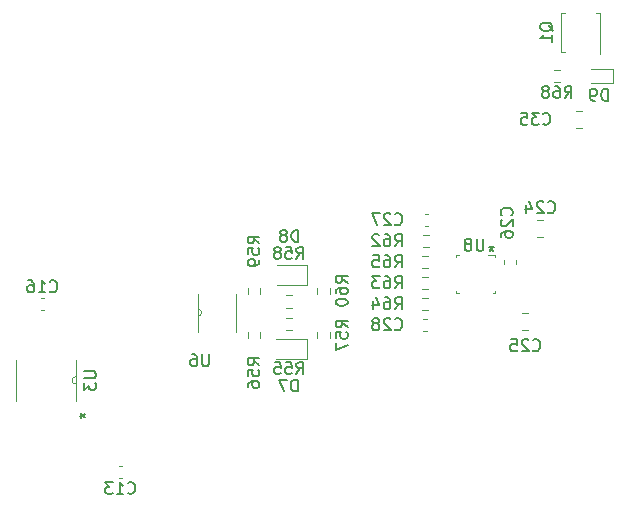
<source format=gbr>
%TF.GenerationSoftware,KiCad,Pcbnew,(6.0.8)*%
%TF.CreationDate,2022-11-04T20:36:36+01:00*%
%TF.ProjectId,Power_Meter,506f7765-725f-44d6-9574-65722e6b6963,rev?*%
%TF.SameCoordinates,Original*%
%TF.FileFunction,Legend,Bot*%
%TF.FilePolarity,Positive*%
%FSLAX46Y46*%
G04 Gerber Fmt 4.6, Leading zero omitted, Abs format (unit mm)*
G04 Created by KiCad (PCBNEW (6.0.8)) date 2022-11-04 20:36:36*
%MOMM*%
%LPD*%
G01*
G04 APERTURE LIST*
%ADD10C,0.150000*%
%ADD11C,0.120000*%
G04 APERTURE END LIST*
D10*
%TO.C,R64*%
X121526857Y-94748380D02*
X121860190Y-94272190D01*
X122098285Y-94748380D02*
X122098285Y-93748380D01*
X121717333Y-93748380D01*
X121622095Y-93796000D01*
X121574476Y-93843619D01*
X121526857Y-93938857D01*
X121526857Y-94081714D01*
X121574476Y-94176952D01*
X121622095Y-94224571D01*
X121717333Y-94272190D01*
X122098285Y-94272190D01*
X120669714Y-93748380D02*
X120860190Y-93748380D01*
X120955428Y-93796000D01*
X121003047Y-93843619D01*
X121098285Y-93986476D01*
X121145904Y-94176952D01*
X121145904Y-94557904D01*
X121098285Y-94653142D01*
X121050666Y-94700761D01*
X120955428Y-94748380D01*
X120764952Y-94748380D01*
X120669714Y-94700761D01*
X120622095Y-94653142D01*
X120574476Y-94557904D01*
X120574476Y-94319809D01*
X120622095Y-94224571D01*
X120669714Y-94176952D01*
X120764952Y-94129333D01*
X120955428Y-94129333D01*
X121050666Y-94176952D01*
X121098285Y-94224571D01*
X121145904Y-94319809D01*
X119717333Y-94081714D02*
X119717333Y-94748380D01*
X119955428Y-93700761D02*
X120193523Y-94415047D01*
X119574476Y-94415047D01*
%TO.C,D9*%
X139552595Y-77095380D02*
X139552595Y-76095380D01*
X139314500Y-76095380D01*
X139171642Y-76143000D01*
X139076404Y-76238238D01*
X139028785Y-76333476D01*
X138981166Y-76523952D01*
X138981166Y-76666809D01*
X139028785Y-76857285D01*
X139076404Y-76952523D01*
X139171642Y-77047761D01*
X139314500Y-77095380D01*
X139552595Y-77095380D01*
X138504976Y-77095380D02*
X138314500Y-77095380D01*
X138219261Y-77047761D01*
X138171642Y-77000142D01*
X138076404Y-76857285D01*
X138028785Y-76666809D01*
X138028785Y-76285857D01*
X138076404Y-76190619D01*
X138124023Y-76143000D01*
X138219261Y-76095380D01*
X138409738Y-76095380D01*
X138504976Y-76143000D01*
X138552595Y-76190619D01*
X138600214Y-76285857D01*
X138600214Y-76523952D01*
X138552595Y-76619190D01*
X138504976Y-76666809D01*
X138409738Y-76714428D01*
X138219261Y-76714428D01*
X138124023Y-76666809D01*
X138076404Y-76619190D01*
X138028785Y-76523952D01*
%TO.C,C35*%
X134075309Y-79032142D02*
X134122928Y-79079761D01*
X134265785Y-79127380D01*
X134361023Y-79127380D01*
X134503880Y-79079761D01*
X134599118Y-78984523D01*
X134646737Y-78889285D01*
X134694356Y-78698809D01*
X134694356Y-78555952D01*
X134646737Y-78365476D01*
X134599118Y-78270238D01*
X134503880Y-78175000D01*
X134361023Y-78127380D01*
X134265785Y-78127380D01*
X134122928Y-78175000D01*
X134075309Y-78222619D01*
X133741975Y-78127380D02*
X133122928Y-78127380D01*
X133456261Y-78508333D01*
X133313404Y-78508333D01*
X133218166Y-78555952D01*
X133170547Y-78603571D01*
X133122928Y-78698809D01*
X133122928Y-78936904D01*
X133170547Y-79032142D01*
X133218166Y-79079761D01*
X133313404Y-79127380D01*
X133599118Y-79127380D01*
X133694356Y-79079761D01*
X133741975Y-79032142D01*
X132218166Y-78127380D02*
X132694356Y-78127380D01*
X132741975Y-78603571D01*
X132694356Y-78555952D01*
X132599118Y-78508333D01*
X132361023Y-78508333D01*
X132265785Y-78555952D01*
X132218166Y-78603571D01*
X132170547Y-78698809D01*
X132170547Y-78936904D01*
X132218166Y-79032142D01*
X132265785Y-79079761D01*
X132361023Y-79127380D01*
X132599118Y-79127380D01*
X132694356Y-79079761D01*
X132741975Y-79032142D01*
%TO.C,C25*%
X133210857Y-98209142D02*
X133258476Y-98256761D01*
X133401333Y-98304380D01*
X133496571Y-98304380D01*
X133639428Y-98256761D01*
X133734666Y-98161523D01*
X133782285Y-98066285D01*
X133829904Y-97875809D01*
X133829904Y-97732952D01*
X133782285Y-97542476D01*
X133734666Y-97447238D01*
X133639428Y-97352000D01*
X133496571Y-97304380D01*
X133401333Y-97304380D01*
X133258476Y-97352000D01*
X133210857Y-97399619D01*
X132829904Y-97399619D02*
X132782285Y-97352000D01*
X132687047Y-97304380D01*
X132448952Y-97304380D01*
X132353714Y-97352000D01*
X132306095Y-97399619D01*
X132258476Y-97494857D01*
X132258476Y-97590095D01*
X132306095Y-97732952D01*
X132877523Y-98304380D01*
X132258476Y-98304380D01*
X131353714Y-97304380D02*
X131829904Y-97304380D01*
X131877523Y-97780571D01*
X131829904Y-97732952D01*
X131734666Y-97685333D01*
X131496571Y-97685333D01*
X131401333Y-97732952D01*
X131353714Y-97780571D01*
X131306095Y-97875809D01*
X131306095Y-98113904D01*
X131353714Y-98209142D01*
X131401333Y-98256761D01*
X131496571Y-98304380D01*
X131734666Y-98304380D01*
X131829904Y-98256761D01*
X131877523Y-98209142D01*
%TO.C,Q1*%
X134913619Y-71213761D02*
X134866000Y-71118523D01*
X134770761Y-71023285D01*
X134627904Y-70880428D01*
X134580285Y-70785190D01*
X134580285Y-70689952D01*
X134818380Y-70737571D02*
X134770761Y-70642333D01*
X134675523Y-70547095D01*
X134485047Y-70499476D01*
X134151714Y-70499476D01*
X133961238Y-70547095D01*
X133866000Y-70642333D01*
X133818380Y-70737571D01*
X133818380Y-70928047D01*
X133866000Y-71023285D01*
X133961238Y-71118523D01*
X134151714Y-71166142D01*
X134485047Y-71166142D01*
X134675523Y-71118523D01*
X134770761Y-71023285D01*
X134818380Y-70928047D01*
X134818380Y-70737571D01*
X134818380Y-72118523D02*
X134818380Y-71547095D01*
X134818380Y-71832809D02*
X133818380Y-71832809D01*
X133961238Y-71737571D01*
X134056476Y-71642333D01*
X134104095Y-71547095D01*
%TO.C,C13*%
X98920857Y-110307142D02*
X98968476Y-110354761D01*
X99111333Y-110402380D01*
X99206571Y-110402380D01*
X99349428Y-110354761D01*
X99444666Y-110259523D01*
X99492285Y-110164285D01*
X99539904Y-109973809D01*
X99539904Y-109830952D01*
X99492285Y-109640476D01*
X99444666Y-109545238D01*
X99349428Y-109450000D01*
X99206571Y-109402380D01*
X99111333Y-109402380D01*
X98968476Y-109450000D01*
X98920857Y-109497619D01*
X97968476Y-110402380D02*
X98539904Y-110402380D01*
X98254190Y-110402380D02*
X98254190Y-109402380D01*
X98349428Y-109545238D01*
X98444666Y-109640476D01*
X98539904Y-109688095D01*
X97635142Y-109402380D02*
X97016095Y-109402380D01*
X97349428Y-109783333D01*
X97206571Y-109783333D01*
X97111333Y-109830952D01*
X97063714Y-109878571D01*
X97016095Y-109973809D01*
X97016095Y-110211904D01*
X97063714Y-110307142D01*
X97111333Y-110354761D01*
X97206571Y-110402380D01*
X97492285Y-110402380D01*
X97587523Y-110354761D01*
X97635142Y-110307142D01*
%TO.C,U8*%
X129011904Y-88795380D02*
X129011904Y-89604904D01*
X128964285Y-89700142D01*
X128916666Y-89747761D01*
X128821428Y-89795380D01*
X128630952Y-89795380D01*
X128535714Y-89747761D01*
X128488095Y-89700142D01*
X128440476Y-89604904D01*
X128440476Y-88795380D01*
X127821428Y-89223952D02*
X127916666Y-89176333D01*
X127964285Y-89128714D01*
X128011904Y-89033476D01*
X128011904Y-88985857D01*
X127964285Y-88890619D01*
X127916666Y-88843000D01*
X127821428Y-88795380D01*
X127630952Y-88795380D01*
X127535714Y-88843000D01*
X127488095Y-88890619D01*
X127440476Y-88985857D01*
X127440476Y-89033476D01*
X127488095Y-89128714D01*
X127535714Y-89176333D01*
X127630952Y-89223952D01*
X127821428Y-89223952D01*
X127916666Y-89271571D01*
X127964285Y-89319190D01*
X128011904Y-89414428D01*
X128011904Y-89604904D01*
X127964285Y-89700142D01*
X127916666Y-89747761D01*
X127821428Y-89795380D01*
X127630952Y-89795380D01*
X127535714Y-89747761D01*
X127488095Y-89700142D01*
X127440476Y-89604904D01*
X127440476Y-89414428D01*
X127488095Y-89319190D01*
X127535714Y-89271571D01*
X127630952Y-89223952D01*
X129702001Y-89368380D02*
X129702001Y-89606476D01*
X129940096Y-89511238D02*
X129702001Y-89606476D01*
X129463905Y-89511238D01*
X129844858Y-89796952D02*
X129702001Y-89606476D01*
X129559143Y-89796952D01*
%TO.C,R57*%
X117526380Y-96294742D02*
X117050190Y-95961409D01*
X117526380Y-95723314D02*
X116526380Y-95723314D01*
X116526380Y-96104266D01*
X116574000Y-96199504D01*
X116621619Y-96247123D01*
X116716857Y-96294742D01*
X116859714Y-96294742D01*
X116954952Y-96247123D01*
X117002571Y-96199504D01*
X117050190Y-96104266D01*
X117050190Y-95723314D01*
X116526380Y-97199504D02*
X116526380Y-96723314D01*
X117002571Y-96675695D01*
X116954952Y-96723314D01*
X116907333Y-96818552D01*
X116907333Y-97056647D01*
X116954952Y-97151885D01*
X117002571Y-97199504D01*
X117097809Y-97247123D01*
X117335904Y-97247123D01*
X117431142Y-97199504D01*
X117478761Y-97151885D01*
X117526380Y-97056647D01*
X117526380Y-96818552D01*
X117478761Y-96723314D01*
X117431142Y-96675695D01*
X116526380Y-97580457D02*
X116526380Y-98247123D01*
X117526380Y-97818552D01*
%TO.C,C27*%
X121526857Y-87541142D02*
X121574476Y-87588761D01*
X121717333Y-87636380D01*
X121812571Y-87636380D01*
X121955428Y-87588761D01*
X122050666Y-87493523D01*
X122098285Y-87398285D01*
X122145904Y-87207809D01*
X122145904Y-87064952D01*
X122098285Y-86874476D01*
X122050666Y-86779238D01*
X121955428Y-86684000D01*
X121812571Y-86636380D01*
X121717333Y-86636380D01*
X121574476Y-86684000D01*
X121526857Y-86731619D01*
X121145904Y-86731619D02*
X121098285Y-86684000D01*
X121003047Y-86636380D01*
X120764952Y-86636380D01*
X120669714Y-86684000D01*
X120622095Y-86731619D01*
X120574476Y-86826857D01*
X120574476Y-86922095D01*
X120622095Y-87064952D01*
X121193523Y-87636380D01*
X120574476Y-87636380D01*
X120241142Y-86636380D02*
X119574476Y-86636380D01*
X120003047Y-87636380D01*
%TO.C,C24*%
X134480857Y-86525142D02*
X134528476Y-86572761D01*
X134671333Y-86620380D01*
X134766571Y-86620380D01*
X134909428Y-86572761D01*
X135004666Y-86477523D01*
X135052285Y-86382285D01*
X135099904Y-86191809D01*
X135099904Y-86048952D01*
X135052285Y-85858476D01*
X135004666Y-85763238D01*
X134909428Y-85668000D01*
X134766571Y-85620380D01*
X134671333Y-85620380D01*
X134528476Y-85668000D01*
X134480857Y-85715619D01*
X134099904Y-85715619D02*
X134052285Y-85668000D01*
X133957047Y-85620380D01*
X133718952Y-85620380D01*
X133623714Y-85668000D01*
X133576095Y-85715619D01*
X133528476Y-85810857D01*
X133528476Y-85906095D01*
X133576095Y-86048952D01*
X134147523Y-86620380D01*
X133528476Y-86620380D01*
X132671333Y-85953714D02*
X132671333Y-86620380D01*
X132909428Y-85572761D02*
X133147523Y-86287047D01*
X132528476Y-86287047D01*
%TO.C,C28*%
X121526857Y-96431142D02*
X121574476Y-96478761D01*
X121717333Y-96526380D01*
X121812571Y-96526380D01*
X121955428Y-96478761D01*
X122050666Y-96383523D01*
X122098285Y-96288285D01*
X122145904Y-96097809D01*
X122145904Y-95954952D01*
X122098285Y-95764476D01*
X122050666Y-95669238D01*
X121955428Y-95574000D01*
X121812571Y-95526380D01*
X121717333Y-95526380D01*
X121574476Y-95574000D01*
X121526857Y-95621619D01*
X121145904Y-95621619D02*
X121098285Y-95574000D01*
X121003047Y-95526380D01*
X120764952Y-95526380D01*
X120669714Y-95574000D01*
X120622095Y-95621619D01*
X120574476Y-95716857D01*
X120574476Y-95812095D01*
X120622095Y-95954952D01*
X121193523Y-96526380D01*
X120574476Y-96526380D01*
X120003047Y-95954952D02*
X120098285Y-95907333D01*
X120145904Y-95859714D01*
X120193523Y-95764476D01*
X120193523Y-95716857D01*
X120145904Y-95621619D01*
X120098285Y-95574000D01*
X120003047Y-95526380D01*
X119812571Y-95526380D01*
X119717333Y-95574000D01*
X119669714Y-95621619D01*
X119622095Y-95716857D01*
X119622095Y-95764476D01*
X119669714Y-95859714D01*
X119717333Y-95907333D01*
X119812571Y-95954952D01*
X120003047Y-95954952D01*
X120098285Y-96002571D01*
X120145904Y-96050190D01*
X120193523Y-96145428D01*
X120193523Y-96335904D01*
X120145904Y-96431142D01*
X120098285Y-96478761D01*
X120003047Y-96526380D01*
X119812571Y-96526380D01*
X119717333Y-96478761D01*
X119669714Y-96431142D01*
X119622095Y-96335904D01*
X119622095Y-96145428D01*
X119669714Y-96050190D01*
X119717333Y-96002571D01*
X119812571Y-95954952D01*
%TO.C,R59*%
X110058780Y-89182742D02*
X109582590Y-88849409D01*
X110058780Y-88611314D02*
X109058780Y-88611314D01*
X109058780Y-88992266D01*
X109106400Y-89087504D01*
X109154019Y-89135123D01*
X109249257Y-89182742D01*
X109392114Y-89182742D01*
X109487352Y-89135123D01*
X109534971Y-89087504D01*
X109582590Y-88992266D01*
X109582590Y-88611314D01*
X109058780Y-90087504D02*
X109058780Y-89611314D01*
X109534971Y-89563695D01*
X109487352Y-89611314D01*
X109439733Y-89706552D01*
X109439733Y-89944647D01*
X109487352Y-90039885D01*
X109534971Y-90087504D01*
X109630209Y-90135123D01*
X109868304Y-90135123D01*
X109963542Y-90087504D01*
X110011161Y-90039885D01*
X110058780Y-89944647D01*
X110058780Y-89706552D01*
X110011161Y-89611314D01*
X109963542Y-89563695D01*
X110058780Y-90611314D02*
X110058780Y-90801790D01*
X110011161Y-90897028D01*
X109963542Y-90944647D01*
X109820685Y-91039885D01*
X109630209Y-91087504D01*
X109249257Y-91087504D01*
X109154019Y-91039885D01*
X109106400Y-90992266D01*
X109058780Y-90897028D01*
X109058780Y-90706552D01*
X109106400Y-90611314D01*
X109154019Y-90563695D01*
X109249257Y-90516076D01*
X109487352Y-90516076D01*
X109582590Y-90563695D01*
X109630209Y-90611314D01*
X109677828Y-90706552D01*
X109677828Y-90897028D01*
X109630209Y-90992266D01*
X109582590Y-91039885D01*
X109487352Y-91087504D01*
%TO.C,R62*%
X121526857Y-89414380D02*
X121860190Y-88938190D01*
X122098285Y-89414380D02*
X122098285Y-88414380D01*
X121717333Y-88414380D01*
X121622095Y-88462000D01*
X121574476Y-88509619D01*
X121526857Y-88604857D01*
X121526857Y-88747714D01*
X121574476Y-88842952D01*
X121622095Y-88890571D01*
X121717333Y-88938190D01*
X122098285Y-88938190D01*
X120669714Y-88414380D02*
X120860190Y-88414380D01*
X120955428Y-88462000D01*
X121003047Y-88509619D01*
X121098285Y-88652476D01*
X121145904Y-88842952D01*
X121145904Y-89223904D01*
X121098285Y-89319142D01*
X121050666Y-89366761D01*
X120955428Y-89414380D01*
X120764952Y-89414380D01*
X120669714Y-89366761D01*
X120622095Y-89319142D01*
X120574476Y-89223904D01*
X120574476Y-88985809D01*
X120622095Y-88890571D01*
X120669714Y-88842952D01*
X120764952Y-88795333D01*
X120955428Y-88795333D01*
X121050666Y-88842952D01*
X121098285Y-88890571D01*
X121145904Y-88985809D01*
X120193523Y-88509619D02*
X120145904Y-88462000D01*
X120050666Y-88414380D01*
X119812571Y-88414380D01*
X119717333Y-88462000D01*
X119669714Y-88509619D01*
X119622095Y-88604857D01*
X119622095Y-88700095D01*
X119669714Y-88842952D01*
X120241142Y-89414380D01*
X119622095Y-89414380D01*
%TO.C,R65*%
X121526857Y-91192380D02*
X121860190Y-90716190D01*
X122098285Y-91192380D02*
X122098285Y-90192380D01*
X121717333Y-90192380D01*
X121622095Y-90240000D01*
X121574476Y-90287619D01*
X121526857Y-90382857D01*
X121526857Y-90525714D01*
X121574476Y-90620952D01*
X121622095Y-90668571D01*
X121717333Y-90716190D01*
X122098285Y-90716190D01*
X120669714Y-90192380D02*
X120860190Y-90192380D01*
X120955428Y-90240000D01*
X121003047Y-90287619D01*
X121098285Y-90430476D01*
X121145904Y-90620952D01*
X121145904Y-91001904D01*
X121098285Y-91097142D01*
X121050666Y-91144761D01*
X120955428Y-91192380D01*
X120764952Y-91192380D01*
X120669714Y-91144761D01*
X120622095Y-91097142D01*
X120574476Y-91001904D01*
X120574476Y-90763809D01*
X120622095Y-90668571D01*
X120669714Y-90620952D01*
X120764952Y-90573333D01*
X120955428Y-90573333D01*
X121050666Y-90620952D01*
X121098285Y-90668571D01*
X121145904Y-90763809D01*
X119669714Y-90192380D02*
X120145904Y-90192380D01*
X120193523Y-90668571D01*
X120145904Y-90620952D01*
X120050666Y-90573333D01*
X119812571Y-90573333D01*
X119717333Y-90620952D01*
X119669714Y-90668571D01*
X119622095Y-90763809D01*
X119622095Y-91001904D01*
X119669714Y-91097142D01*
X119717333Y-91144761D01*
X119812571Y-91192380D01*
X120050666Y-91192380D01*
X120145904Y-91144761D01*
X120193523Y-91097142D01*
%TO.C,C16*%
X92316857Y-93223142D02*
X92364476Y-93270761D01*
X92507333Y-93318380D01*
X92602571Y-93318380D01*
X92745428Y-93270761D01*
X92840666Y-93175523D01*
X92888285Y-93080285D01*
X92935904Y-92889809D01*
X92935904Y-92746952D01*
X92888285Y-92556476D01*
X92840666Y-92461238D01*
X92745428Y-92366000D01*
X92602571Y-92318380D01*
X92507333Y-92318380D01*
X92364476Y-92366000D01*
X92316857Y-92413619D01*
X91364476Y-93318380D02*
X91935904Y-93318380D01*
X91650190Y-93318380D02*
X91650190Y-92318380D01*
X91745428Y-92461238D01*
X91840666Y-92556476D01*
X91935904Y-92604095D01*
X90507333Y-92318380D02*
X90697809Y-92318380D01*
X90793047Y-92366000D01*
X90840666Y-92413619D01*
X90935904Y-92556476D01*
X90983523Y-92746952D01*
X90983523Y-93127904D01*
X90935904Y-93223142D01*
X90888285Y-93270761D01*
X90793047Y-93318380D01*
X90602571Y-93318380D01*
X90507333Y-93270761D01*
X90459714Y-93223142D01*
X90412095Y-93127904D01*
X90412095Y-92889809D01*
X90459714Y-92794571D01*
X90507333Y-92746952D01*
X90602571Y-92699333D01*
X90793047Y-92699333D01*
X90888285Y-92746952D01*
X90935904Y-92794571D01*
X90983523Y-92889809D01*
%TO.C,R56*%
X110058780Y-99495142D02*
X109582590Y-99161809D01*
X110058780Y-98923714D02*
X109058780Y-98923714D01*
X109058780Y-99304666D01*
X109106400Y-99399904D01*
X109154019Y-99447523D01*
X109249257Y-99495142D01*
X109392114Y-99495142D01*
X109487352Y-99447523D01*
X109534971Y-99399904D01*
X109582590Y-99304666D01*
X109582590Y-98923714D01*
X109058780Y-100399904D02*
X109058780Y-99923714D01*
X109534971Y-99876095D01*
X109487352Y-99923714D01*
X109439733Y-100018952D01*
X109439733Y-100257047D01*
X109487352Y-100352285D01*
X109534971Y-100399904D01*
X109630209Y-100447523D01*
X109868304Y-100447523D01*
X109963542Y-100399904D01*
X110011161Y-100352285D01*
X110058780Y-100257047D01*
X110058780Y-100018952D01*
X110011161Y-99923714D01*
X109963542Y-99876095D01*
X109058780Y-101304666D02*
X109058780Y-101114190D01*
X109106400Y-101018952D01*
X109154019Y-100971333D01*
X109296876Y-100876095D01*
X109487352Y-100828476D01*
X109868304Y-100828476D01*
X109963542Y-100876095D01*
X110011161Y-100923714D01*
X110058780Y-101018952D01*
X110058780Y-101209428D01*
X110011161Y-101304666D01*
X109963542Y-101352285D01*
X109868304Y-101399904D01*
X109630209Y-101399904D01*
X109534971Y-101352285D01*
X109487352Y-101304666D01*
X109439733Y-101209428D01*
X109439733Y-101018952D01*
X109487352Y-100923714D01*
X109534971Y-100876095D01*
X109630209Y-100828476D01*
%TO.C,R58*%
X113195657Y-90481180D02*
X113528990Y-90004990D01*
X113767085Y-90481180D02*
X113767085Y-89481180D01*
X113386133Y-89481180D01*
X113290895Y-89528800D01*
X113243276Y-89576419D01*
X113195657Y-89671657D01*
X113195657Y-89814514D01*
X113243276Y-89909752D01*
X113290895Y-89957371D01*
X113386133Y-90004990D01*
X113767085Y-90004990D01*
X112290895Y-89481180D02*
X112767085Y-89481180D01*
X112814704Y-89957371D01*
X112767085Y-89909752D01*
X112671847Y-89862133D01*
X112433752Y-89862133D01*
X112338514Y-89909752D01*
X112290895Y-89957371D01*
X112243276Y-90052609D01*
X112243276Y-90290704D01*
X112290895Y-90385942D01*
X112338514Y-90433561D01*
X112433752Y-90481180D01*
X112671847Y-90481180D01*
X112767085Y-90433561D01*
X112814704Y-90385942D01*
X111671847Y-89909752D02*
X111767085Y-89862133D01*
X111814704Y-89814514D01*
X111862323Y-89719276D01*
X111862323Y-89671657D01*
X111814704Y-89576419D01*
X111767085Y-89528800D01*
X111671847Y-89481180D01*
X111481371Y-89481180D01*
X111386133Y-89528800D01*
X111338514Y-89576419D01*
X111290895Y-89671657D01*
X111290895Y-89719276D01*
X111338514Y-89814514D01*
X111386133Y-89862133D01*
X111481371Y-89909752D01*
X111671847Y-89909752D01*
X111767085Y-89957371D01*
X111814704Y-90004990D01*
X111862323Y-90100228D01*
X111862323Y-90290704D01*
X111814704Y-90385942D01*
X111767085Y-90433561D01*
X111671847Y-90481180D01*
X111481371Y-90481180D01*
X111386133Y-90433561D01*
X111338514Y-90385942D01*
X111290895Y-90290704D01*
X111290895Y-90100228D01*
X111338514Y-90004990D01*
X111386133Y-89957371D01*
X111481371Y-89909752D01*
%TO.C,D7*%
X113290895Y-101707980D02*
X113290895Y-100707980D01*
X113052800Y-100707980D01*
X112909942Y-100755600D01*
X112814704Y-100850838D01*
X112767085Y-100946076D01*
X112719466Y-101136552D01*
X112719466Y-101279409D01*
X112767085Y-101469885D01*
X112814704Y-101565123D01*
X112909942Y-101660361D01*
X113052800Y-101707980D01*
X113290895Y-101707980D01*
X112386133Y-100707980D02*
X111719466Y-100707980D01*
X112148038Y-101707980D01*
%TO.C,D8*%
X113341695Y-89058780D02*
X113341695Y-88058780D01*
X113103600Y-88058780D01*
X112960742Y-88106400D01*
X112865504Y-88201638D01*
X112817885Y-88296876D01*
X112770266Y-88487352D01*
X112770266Y-88630209D01*
X112817885Y-88820685D01*
X112865504Y-88915923D01*
X112960742Y-89011161D01*
X113103600Y-89058780D01*
X113341695Y-89058780D01*
X112198838Y-88487352D02*
X112294076Y-88439733D01*
X112341695Y-88392114D01*
X112389314Y-88296876D01*
X112389314Y-88249257D01*
X112341695Y-88154019D01*
X112294076Y-88106400D01*
X112198838Y-88058780D01*
X112008361Y-88058780D01*
X111913123Y-88106400D01*
X111865504Y-88154019D01*
X111817885Y-88249257D01*
X111817885Y-88296876D01*
X111865504Y-88392114D01*
X111913123Y-88439733D01*
X112008361Y-88487352D01*
X112198838Y-88487352D01*
X112294076Y-88534971D01*
X112341695Y-88582590D01*
X112389314Y-88677828D01*
X112389314Y-88868304D01*
X112341695Y-88963542D01*
X112294076Y-89011161D01*
X112198838Y-89058780D01*
X112008361Y-89058780D01*
X111913123Y-89011161D01*
X111865504Y-88963542D01*
X111817885Y-88868304D01*
X111817885Y-88677828D01*
X111865504Y-88582590D01*
X111913123Y-88534971D01*
X112008361Y-88487352D01*
%TO.C,R68*%
X135901357Y-76874380D02*
X136234690Y-76398190D01*
X136472785Y-76874380D02*
X136472785Y-75874380D01*
X136091833Y-75874380D01*
X135996595Y-75922000D01*
X135948976Y-75969619D01*
X135901357Y-76064857D01*
X135901357Y-76207714D01*
X135948976Y-76302952D01*
X135996595Y-76350571D01*
X136091833Y-76398190D01*
X136472785Y-76398190D01*
X135044214Y-75874380D02*
X135234690Y-75874380D01*
X135329928Y-75922000D01*
X135377547Y-75969619D01*
X135472785Y-76112476D01*
X135520404Y-76302952D01*
X135520404Y-76683904D01*
X135472785Y-76779142D01*
X135425166Y-76826761D01*
X135329928Y-76874380D01*
X135139452Y-76874380D01*
X135044214Y-76826761D01*
X134996595Y-76779142D01*
X134948976Y-76683904D01*
X134948976Y-76445809D01*
X134996595Y-76350571D01*
X135044214Y-76302952D01*
X135139452Y-76255333D01*
X135329928Y-76255333D01*
X135425166Y-76302952D01*
X135472785Y-76350571D01*
X135520404Y-76445809D01*
X134377547Y-76302952D02*
X134472785Y-76255333D01*
X134520404Y-76207714D01*
X134568023Y-76112476D01*
X134568023Y-76064857D01*
X134520404Y-75969619D01*
X134472785Y-75922000D01*
X134377547Y-75874380D01*
X134187071Y-75874380D01*
X134091833Y-75922000D01*
X134044214Y-75969619D01*
X133996595Y-76064857D01*
X133996595Y-76112476D01*
X134044214Y-76207714D01*
X134091833Y-76255333D01*
X134187071Y-76302952D01*
X134377547Y-76302952D01*
X134472785Y-76350571D01*
X134520404Y-76398190D01*
X134568023Y-76493428D01*
X134568023Y-76683904D01*
X134520404Y-76779142D01*
X134472785Y-76826761D01*
X134377547Y-76874380D01*
X134187071Y-76874380D01*
X134091833Y-76826761D01*
X134044214Y-76779142D01*
X133996595Y-76683904D01*
X133996595Y-76493428D01*
X134044214Y-76398190D01*
X134091833Y-76350571D01*
X134187071Y-76302952D01*
%TO.C,U3*%
X95225380Y-100024095D02*
X96034904Y-100024095D01*
X96130142Y-100071714D01*
X96177761Y-100119333D01*
X96225380Y-100214571D01*
X96225380Y-100405047D01*
X96177761Y-100500285D01*
X96130142Y-100547904D01*
X96034904Y-100595523D01*
X95225380Y-100595523D01*
X95225380Y-100976476D02*
X95225380Y-101595523D01*
X95606333Y-101262190D01*
X95606333Y-101405047D01*
X95653952Y-101500285D01*
X95701571Y-101547904D01*
X95796809Y-101595523D01*
X96034904Y-101595523D01*
X96130142Y-101547904D01*
X96177761Y-101500285D01*
X96225380Y-101405047D01*
X96225380Y-101119333D01*
X96177761Y-101024095D01*
X96130142Y-100976476D01*
X94829380Y-103759000D02*
X95067476Y-103759000D01*
X94972238Y-103520904D02*
X95067476Y-103759000D01*
X94972238Y-103997095D01*
X95257952Y-103616142D02*
X95067476Y-103759000D01*
X95257952Y-103901857D01*
%TO.C,R63*%
X121526857Y-92970380D02*
X121860190Y-92494190D01*
X122098285Y-92970380D02*
X122098285Y-91970380D01*
X121717333Y-91970380D01*
X121622095Y-92018000D01*
X121574476Y-92065619D01*
X121526857Y-92160857D01*
X121526857Y-92303714D01*
X121574476Y-92398952D01*
X121622095Y-92446571D01*
X121717333Y-92494190D01*
X122098285Y-92494190D01*
X120669714Y-91970380D02*
X120860190Y-91970380D01*
X120955428Y-92018000D01*
X121003047Y-92065619D01*
X121098285Y-92208476D01*
X121145904Y-92398952D01*
X121145904Y-92779904D01*
X121098285Y-92875142D01*
X121050666Y-92922761D01*
X120955428Y-92970380D01*
X120764952Y-92970380D01*
X120669714Y-92922761D01*
X120622095Y-92875142D01*
X120574476Y-92779904D01*
X120574476Y-92541809D01*
X120622095Y-92446571D01*
X120669714Y-92398952D01*
X120764952Y-92351333D01*
X120955428Y-92351333D01*
X121050666Y-92398952D01*
X121098285Y-92446571D01*
X121145904Y-92541809D01*
X120241142Y-91970380D02*
X119622095Y-91970380D01*
X119955428Y-92351333D01*
X119812571Y-92351333D01*
X119717333Y-92398952D01*
X119669714Y-92446571D01*
X119622095Y-92541809D01*
X119622095Y-92779904D01*
X119669714Y-92875142D01*
X119717333Y-92922761D01*
X119812571Y-92970380D01*
X120098285Y-92970380D01*
X120193523Y-92922761D01*
X120241142Y-92875142D01*
%TO.C,R60*%
X117526380Y-92535542D02*
X117050190Y-92202209D01*
X117526380Y-91964114D02*
X116526380Y-91964114D01*
X116526380Y-92345066D01*
X116574000Y-92440304D01*
X116621619Y-92487923D01*
X116716857Y-92535542D01*
X116859714Y-92535542D01*
X116954952Y-92487923D01*
X117002571Y-92440304D01*
X117050190Y-92345066D01*
X117050190Y-91964114D01*
X116526380Y-93392685D02*
X116526380Y-93202209D01*
X116574000Y-93106971D01*
X116621619Y-93059352D01*
X116764476Y-92964114D01*
X116954952Y-92916495D01*
X117335904Y-92916495D01*
X117431142Y-92964114D01*
X117478761Y-93011733D01*
X117526380Y-93106971D01*
X117526380Y-93297447D01*
X117478761Y-93392685D01*
X117431142Y-93440304D01*
X117335904Y-93487923D01*
X117097809Y-93487923D01*
X117002571Y-93440304D01*
X116954952Y-93392685D01*
X116907333Y-93297447D01*
X116907333Y-93106971D01*
X116954952Y-93011733D01*
X117002571Y-92964114D01*
X117097809Y-92916495D01*
X116526380Y-94106971D02*
X116526380Y-94202209D01*
X116574000Y-94297447D01*
X116621619Y-94345066D01*
X116716857Y-94392685D01*
X116907333Y-94440304D01*
X117145428Y-94440304D01*
X117335904Y-94392685D01*
X117431142Y-94345066D01*
X117478761Y-94297447D01*
X117526380Y-94202209D01*
X117526380Y-94106971D01*
X117478761Y-94011733D01*
X117431142Y-93964114D01*
X117335904Y-93916495D01*
X117145428Y-93868876D01*
X116907333Y-93868876D01*
X116716857Y-93916495D01*
X116621619Y-93964114D01*
X116574000Y-94011733D01*
X116526380Y-94106971D01*
%TO.C,U6*%
X105794404Y-98574380D02*
X105794404Y-99383904D01*
X105746785Y-99479142D01*
X105699166Y-99526761D01*
X105603928Y-99574380D01*
X105413452Y-99574380D01*
X105318214Y-99526761D01*
X105270595Y-99479142D01*
X105222976Y-99383904D01*
X105222976Y-98574380D01*
X104318214Y-98574380D02*
X104508690Y-98574380D01*
X104603928Y-98622000D01*
X104651547Y-98669619D01*
X104746785Y-98812476D01*
X104794404Y-99002952D01*
X104794404Y-99383904D01*
X104746785Y-99479142D01*
X104699166Y-99526761D01*
X104603928Y-99574380D01*
X104413452Y-99574380D01*
X104318214Y-99526761D01*
X104270595Y-99479142D01*
X104222976Y-99383904D01*
X104222976Y-99145809D01*
X104270595Y-99050571D01*
X104318214Y-99002952D01*
X104413452Y-98955333D01*
X104603928Y-98955333D01*
X104699166Y-99002952D01*
X104746785Y-99050571D01*
X104794404Y-99145809D01*
%TO.C,R55*%
X113195657Y-100234780D02*
X113528990Y-99758590D01*
X113767085Y-100234780D02*
X113767085Y-99234780D01*
X113386133Y-99234780D01*
X113290895Y-99282400D01*
X113243276Y-99330019D01*
X113195657Y-99425257D01*
X113195657Y-99568114D01*
X113243276Y-99663352D01*
X113290895Y-99710971D01*
X113386133Y-99758590D01*
X113767085Y-99758590D01*
X112290895Y-99234780D02*
X112767085Y-99234780D01*
X112814704Y-99710971D01*
X112767085Y-99663352D01*
X112671847Y-99615733D01*
X112433752Y-99615733D01*
X112338514Y-99663352D01*
X112290895Y-99710971D01*
X112243276Y-99806209D01*
X112243276Y-100044304D01*
X112290895Y-100139542D01*
X112338514Y-100187161D01*
X112433752Y-100234780D01*
X112671847Y-100234780D01*
X112767085Y-100187161D01*
X112814704Y-100139542D01*
X111338514Y-99234780D02*
X111814704Y-99234780D01*
X111862323Y-99710971D01*
X111814704Y-99663352D01*
X111719466Y-99615733D01*
X111481371Y-99615733D01*
X111386133Y-99663352D01*
X111338514Y-99710971D01*
X111290895Y-99806209D01*
X111290895Y-100044304D01*
X111338514Y-100139542D01*
X111386133Y-100187161D01*
X111481371Y-100234780D01*
X111719466Y-100234780D01*
X111814704Y-100187161D01*
X111862323Y-100139542D01*
%TO.C,C26*%
X131401142Y-86795142D02*
X131448761Y-86747523D01*
X131496380Y-86604666D01*
X131496380Y-86509428D01*
X131448761Y-86366571D01*
X131353523Y-86271333D01*
X131258285Y-86223714D01*
X131067809Y-86176095D01*
X130924952Y-86176095D01*
X130734476Y-86223714D01*
X130639238Y-86271333D01*
X130544000Y-86366571D01*
X130496380Y-86509428D01*
X130496380Y-86604666D01*
X130544000Y-86747523D01*
X130591619Y-86795142D01*
X130591619Y-87176095D02*
X130544000Y-87223714D01*
X130496380Y-87318952D01*
X130496380Y-87557047D01*
X130544000Y-87652285D01*
X130591619Y-87699904D01*
X130686857Y-87747523D01*
X130782095Y-87747523D01*
X130924952Y-87699904D01*
X131496380Y-87128476D01*
X131496380Y-87747523D01*
X130496380Y-88604666D02*
X130496380Y-88414190D01*
X130544000Y-88318952D01*
X130591619Y-88271333D01*
X130734476Y-88176095D01*
X130924952Y-88128476D01*
X131305904Y-88128476D01*
X131401142Y-88176095D01*
X131448761Y-88223714D01*
X131496380Y-88318952D01*
X131496380Y-88509428D01*
X131448761Y-88604666D01*
X131401142Y-88652285D01*
X131305904Y-88699904D01*
X131067809Y-88699904D01*
X130972571Y-88652285D01*
X130924952Y-88604666D01*
X130877333Y-88509428D01*
X130877333Y-88318952D01*
X130924952Y-88223714D01*
X130972571Y-88176095D01*
X131067809Y-88128476D01*
D11*
%TO.C,R64*%
X124337224Y-94818500D02*
X123827776Y-94818500D01*
X124337224Y-93773500D02*
X123827776Y-93773500D01*
%TO.C,D9*%
X139964500Y-74392000D02*
X139964500Y-75592000D01*
X138114500Y-75592000D02*
X139964500Y-75592000D01*
X138114500Y-74392000D02*
X139964500Y-74392000D01*
%TO.C,C35*%
X136854200Y-79410000D02*
X137376704Y-79410000D01*
X136854200Y-77940000D02*
X137376704Y-77940000D01*
%TO.C,C25*%
X132829252Y-95085000D02*
X132306748Y-95085000D01*
X132829252Y-96555000D02*
X132306748Y-96555000D01*
%TO.C,Q1*%
X135632000Y-72944000D02*
X135632000Y-69674000D01*
X138902000Y-69674000D02*
X138567000Y-69674000D01*
X138902000Y-73179000D02*
X138902000Y-69674000D01*
X135967000Y-72944000D02*
X135632000Y-72944000D01*
X135967000Y-69674000D02*
X135632000Y-69674000D01*
%TO.C,C13*%
X98131733Y-108010000D02*
X98424267Y-108010000D01*
X98131733Y-109030000D02*
X98424267Y-109030000D01*
%TO.C,U8*%
X126726998Y-90308200D02*
X126726998Y-90130400D01*
X126726998Y-93381600D02*
X126726998Y-93203800D01*
X126927000Y-93381600D02*
X126726998Y-93381600D01*
X126927000Y-90130400D02*
X126726998Y-90130400D01*
X130027002Y-90130400D02*
X129377001Y-90130400D01*
X130027002Y-93381600D02*
X129827000Y-93381600D01*
X130027002Y-93381600D02*
X130027002Y-93203800D01*
X130027002Y-90308200D02*
X130027002Y-90130400D01*
%TO.C,R57*%
X116021700Y-96682876D02*
X116021700Y-97192324D01*
X114976700Y-96682876D02*
X114976700Y-97192324D01*
%TO.C,C27*%
X124332267Y-87694000D02*
X124039733Y-87694000D01*
X124332267Y-86674000D02*
X124039733Y-86674000D01*
%TO.C,C24*%
X134099252Y-87211000D02*
X133576748Y-87211000D01*
X134099252Y-88681000D02*
X133576748Y-88681000D01*
%TO.C,C28*%
X123936233Y-96584000D02*
X124228767Y-96584000D01*
X123936233Y-95564000D02*
X124228767Y-95564000D01*
%TO.C,R59*%
X110128900Y-93433124D02*
X110128900Y-92923676D01*
X109083900Y-93433124D02*
X109083900Y-92923676D01*
%TO.C,R62*%
X123931276Y-89484500D02*
X124440724Y-89484500D01*
X123931276Y-88439500D02*
X124440724Y-88439500D01*
%TO.C,R65*%
X123827776Y-91262500D02*
X124337224Y-91262500D01*
X123827776Y-90217500D02*
X124337224Y-90217500D01*
%TO.C,C16*%
X91820267Y-94806000D02*
X91527733Y-94806000D01*
X91820267Y-93786000D02*
X91527733Y-93786000D01*
%TO.C,R56*%
X110128900Y-96708276D02*
X110128900Y-97217724D01*
X109083900Y-96708276D02*
X109083900Y-97217724D01*
%TO.C,R58*%
X112807524Y-93570300D02*
X112298076Y-93570300D01*
X112807524Y-94615300D02*
X112298076Y-94615300D01*
%TO.C,D7*%
X114052800Y-97256000D02*
X114052800Y-98956000D01*
X114052800Y-98956000D02*
X111502800Y-98956000D01*
X114052800Y-97256000D02*
X111502800Y-97256000D01*
%TO.C,D8*%
X114103600Y-91007600D02*
X114103600Y-92707600D01*
X114103600Y-91007600D02*
X111553600Y-91007600D01*
X114103600Y-92707600D02*
X111553600Y-92707600D01*
%TO.C,R68*%
X135003776Y-74469500D02*
X135513224Y-74469500D01*
X135003776Y-75514500D02*
X135513224Y-75514500D01*
%TO.C,U3*%
X94503000Y-99020589D02*
X94503000Y-102551411D01*
X89423000Y-102551411D02*
X89423000Y-99020589D01*
X94515700Y-100481200D02*
G75*
G03*
X94515700Y-101090800I0J-304800D01*
G01*
%TO.C,R63*%
X123827776Y-91995500D02*
X124337224Y-91995500D01*
X123827776Y-93040500D02*
X124337224Y-93040500D01*
%TO.C,R60*%
X114976700Y-93433124D02*
X114976700Y-92923676D01*
X116021700Y-93433124D02*
X116021700Y-92923676D01*
%TO.C,U6*%
X104856600Y-96658200D02*
X104856600Y-93457800D01*
X108057000Y-93457800D02*
X108057000Y-96658200D01*
X104856600Y-95362800D02*
G75*
G03*
X104856600Y-94753200I0J304800D01*
G01*
%TO.C,R55*%
X112807524Y-96545700D02*
X112298076Y-96545700D01*
X112807524Y-95500700D02*
X112298076Y-95500700D01*
%TO.C,C26*%
X130788000Y-90886267D02*
X130788000Y-90593733D01*
X131808000Y-90886267D02*
X131808000Y-90593733D01*
%TD*%
M02*

</source>
